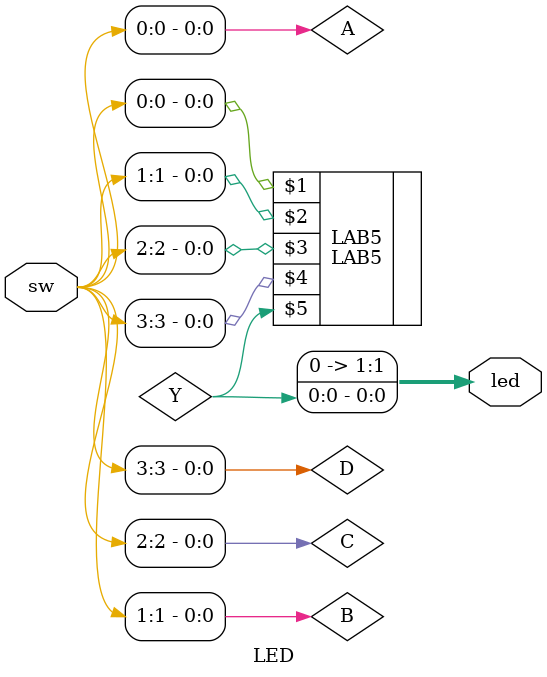
<source format=v>
`timescale 1ns / 1ps


module LED( 
        sw,led
    );
    input [3:0] sw;
    output [1:0] led;
    wire A, B, C, D, Y;
    LAB5 LAB5(A, B, C, D, Y);
    assign sw = {D, C, B, A};
    assign led[0] = Y;
    assign led[1] = 0;
endmodule


</source>
